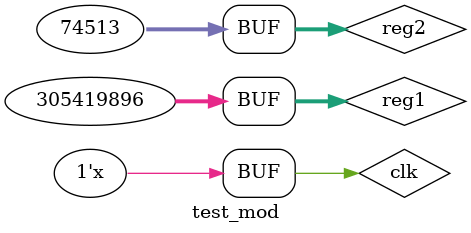
<source format=v>
module test_mod;
	
	
	
	reg clk;
	reg [31:0] reg1,reg2;
	wire [31:0] t;	

always  
	#5 clk = ~clk;
	

	mod dut(.clk(clk), .t(t), .reg1(reg1), .reg2(reg2));

initial begin
reg1 <= 32'h12345678;
reg2 <= 32'h00012311;

clk <= 0;

	
end	

endmodule


</source>
